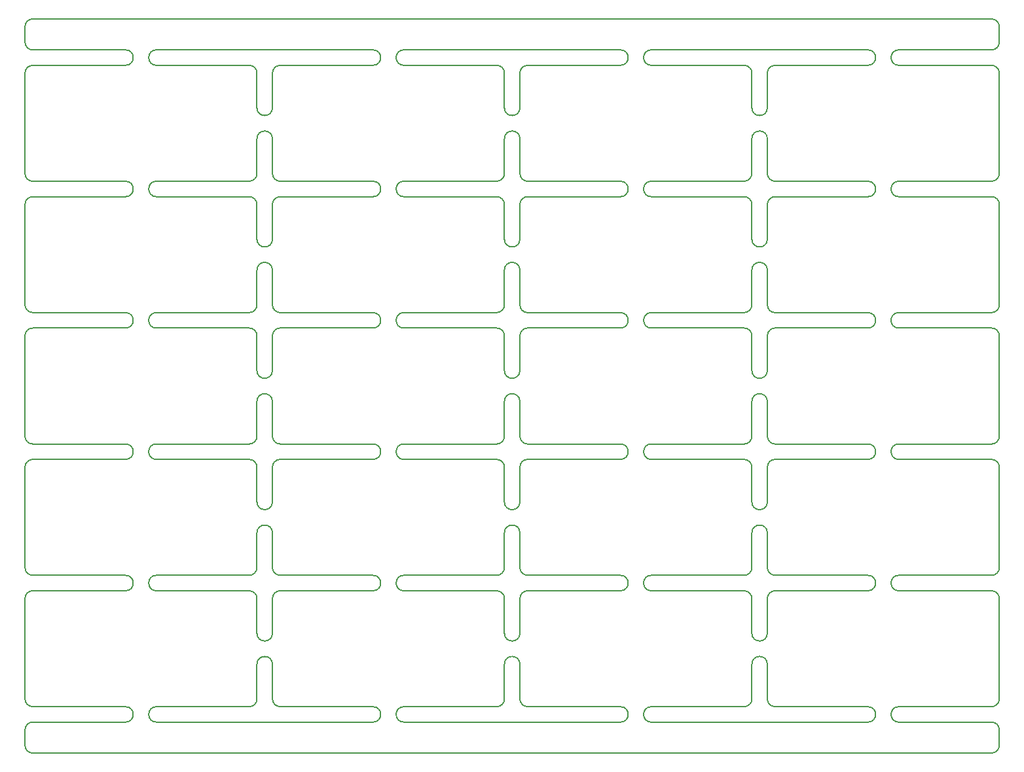
<source format=gbr>
G04 #@! TF.GenerationSoftware,KiCad,Pcbnew,(5.1.5-0-10_14)*
G04 #@! TF.CreationDate,2020-08-30T19:39:22+03:00*
G04 #@! TF.ProjectId,miniRGBii,6d696e69-5247-4426-9969-2e6b69636164,rev?*
G04 #@! TF.SameCoordinates,Original*
G04 #@! TF.FileFunction,Profile,NP*
%FSLAX46Y46*%
G04 Gerber Fmt 4.6, Leading zero omitted, Abs format (unit mm)*
G04 Created by KiCad (PCBNEW (5.1.5-0-10_14)) date 2020-08-30 19:39:22*
%MOMM*%
%LPD*%
G04 APERTURE LIST*
%ADD10C,0.150000*%
G04 APERTURE END LIST*
D10*
X28000000Y-119000000D02*
X152000000Y-119000000D01*
X28000000Y-119000000D02*
G75*
G02X27000000Y-118000000I0J1000000D01*
G01*
X153000000Y-118000000D02*
G75*
G02X152000000Y-119000000I-1000000J0D01*
G01*
X153000000Y-116000000D02*
X153000000Y-118000000D01*
X27000000Y-116000000D02*
X27000000Y-118000000D01*
X152000000Y-24000000D02*
X28000000Y-24000000D01*
X152000000Y-24000000D02*
G75*
G02X153000000Y-25000000I0J-1000000D01*
G01*
X153000000Y-26000000D02*
X153000000Y-25000000D01*
X153000000Y-27000000D02*
X153000000Y-26000000D01*
X27000000Y-25000000D02*
G75*
G02X28000000Y-24000000I1000000J0D01*
G01*
X27000000Y-27000000D02*
X27000000Y-25000000D01*
X152000000Y-28000000D02*
X140000000Y-28000000D01*
X40000000Y-115000000D02*
X28000000Y-115000000D01*
X27000000Y-52500000D02*
X27000000Y-56500000D01*
X27000000Y-86500000D02*
X27000000Y-90500000D01*
X27000000Y-69500000D02*
X27000000Y-73500000D01*
X104000000Y-28000000D02*
G75*
G02X104000000Y-30000000I0J-1000000D01*
G01*
X28000000Y-115000000D02*
G75*
G03X27000000Y-116000000I0J-1000000D01*
G01*
X72000000Y-28000000D02*
G75*
G02X72000000Y-30000000I0J-1000000D01*
G01*
X140000000Y-30000000D02*
G75*
G02X140000000Y-28000000I0J1000000D01*
G01*
X152000000Y-45000000D02*
X140000000Y-45000000D01*
X56000000Y-62000000D02*
X44000000Y-62000000D01*
X88000000Y-62000000D02*
X76000000Y-62000000D01*
X120000000Y-62000000D02*
X108000000Y-62000000D01*
X152000000Y-62000000D02*
X140000000Y-62000000D01*
X56000000Y-79000000D02*
X44000000Y-79000000D01*
X88000000Y-79000000D02*
X76000000Y-79000000D01*
X120000000Y-79000000D02*
X108000000Y-79000000D01*
X152000000Y-79000000D02*
X140000000Y-79000000D01*
X56000000Y-96000000D02*
X44000000Y-96000000D01*
X88000000Y-96000000D02*
X76000000Y-96000000D01*
X120000000Y-96000000D02*
X108000000Y-96000000D01*
X152000000Y-96000000D02*
X140000000Y-96000000D01*
X56000000Y-113000000D02*
X44000000Y-113000000D01*
X88000000Y-113000000D02*
X76000000Y-113000000D01*
X120000000Y-113000000D02*
X108000000Y-113000000D01*
X152000000Y-113000000D02*
X140000000Y-113000000D01*
X89000000Y-31000000D02*
X89000000Y-35500000D01*
X121000000Y-31000000D02*
X121000000Y-35500000D01*
X153000000Y-31000000D02*
X153000000Y-35500000D01*
X57000000Y-48000000D02*
X57000000Y-52500000D01*
X89000000Y-48000000D02*
X89000000Y-52500000D01*
X121000000Y-48000000D02*
X121000000Y-52500000D01*
X153000000Y-48000000D02*
X153000000Y-52500000D01*
X57000000Y-65000000D02*
X57000000Y-69500000D01*
X89000000Y-65000000D02*
X89000000Y-69500000D01*
X121000000Y-65000000D02*
X121000000Y-69500000D01*
X153000000Y-65000000D02*
X153000000Y-69500000D01*
X57000000Y-82000000D02*
X57000000Y-86500000D01*
X89000000Y-82000000D02*
X89000000Y-86500000D01*
X121000000Y-82000000D02*
X121000000Y-86500000D01*
X153000000Y-82000000D02*
X153000000Y-86500000D01*
X57000000Y-99000000D02*
X57000000Y-103500000D01*
X89000000Y-99000000D02*
X89000000Y-103500000D01*
X121000000Y-99000000D02*
X121000000Y-103500000D01*
X153000000Y-99000000D02*
X153000000Y-103500000D01*
X89000000Y-44000000D02*
G75*
G02X88000000Y-45000000I-1000000J0D01*
G01*
X121000000Y-44000000D02*
G75*
G02X120000000Y-45000000I-1000000J0D01*
G01*
X153000000Y-44000000D02*
G75*
G02X152000000Y-45000000I-1000000J0D01*
G01*
X57000000Y-61000000D02*
G75*
G02X56000000Y-62000000I-1000000J0D01*
G01*
X89000000Y-61000000D02*
G75*
G02X88000000Y-62000000I-1000000J0D01*
G01*
X121000000Y-61000000D02*
G75*
G02X120000000Y-62000000I-1000000J0D01*
G01*
X153000000Y-61000000D02*
G75*
G02X152000000Y-62000000I-1000000J0D01*
G01*
X57000000Y-78000000D02*
G75*
G02X56000000Y-79000000I-1000000J0D01*
G01*
X89000000Y-78000000D02*
G75*
G02X88000000Y-79000000I-1000000J0D01*
G01*
X121000000Y-78000000D02*
G75*
G02X120000000Y-79000000I-1000000J0D01*
G01*
X153000000Y-78000000D02*
G75*
G02X152000000Y-79000000I-1000000J0D01*
G01*
X57000000Y-95000000D02*
G75*
G02X56000000Y-96000000I-1000000J0D01*
G01*
X89000000Y-95000000D02*
G75*
G02X88000000Y-96000000I-1000000J0D01*
G01*
X121000000Y-95000000D02*
G75*
G02X120000000Y-96000000I-1000000J0D01*
G01*
X153000000Y-95000000D02*
G75*
G02X152000000Y-96000000I-1000000J0D01*
G01*
X57000000Y-112000000D02*
G75*
G02X56000000Y-113000000I-1000000J0D01*
G01*
X89000000Y-112000000D02*
G75*
G02X88000000Y-113000000I-1000000J0D01*
G01*
X121000000Y-112000000D02*
G75*
G02X120000000Y-113000000I-1000000J0D01*
G01*
X153000000Y-112000000D02*
G75*
G02X152000000Y-113000000I-1000000J0D01*
G01*
X88000000Y-30000000D02*
G75*
G02X89000000Y-31000000I0J-1000000D01*
G01*
X120000000Y-30000000D02*
G75*
G02X121000000Y-31000000I0J-1000000D01*
G01*
X152000000Y-30000000D02*
G75*
G02X153000000Y-31000000I0J-1000000D01*
G01*
X56000000Y-47000000D02*
G75*
G02X57000000Y-48000000I0J-1000000D01*
G01*
X88000000Y-47000000D02*
G75*
G02X89000000Y-48000000I0J-1000000D01*
G01*
X120000000Y-47000000D02*
G75*
G02X121000000Y-48000000I0J-1000000D01*
G01*
X152000000Y-47000000D02*
G75*
G02X153000000Y-48000000I0J-1000000D01*
G01*
X56000000Y-64000000D02*
G75*
G02X57000000Y-65000000I0J-1000000D01*
G01*
X88000000Y-64000000D02*
G75*
G02X89000000Y-65000000I0J-1000000D01*
G01*
X120000000Y-64000000D02*
G75*
G02X121000000Y-65000000I0J-1000000D01*
G01*
X152000000Y-64000000D02*
G75*
G02X153000000Y-65000000I0J-1000000D01*
G01*
X56000000Y-81000000D02*
G75*
G02X57000000Y-82000000I0J-1000000D01*
G01*
X88000000Y-81000000D02*
G75*
G02X89000000Y-82000000I0J-1000000D01*
G01*
X120000000Y-81000000D02*
G75*
G02X121000000Y-82000000I0J-1000000D01*
G01*
X152000000Y-81000000D02*
G75*
G02X153000000Y-82000000I0J-1000000D01*
G01*
X56000000Y-98000000D02*
G75*
G02X57000000Y-99000000I0J-1000000D01*
G01*
X88000000Y-98000000D02*
G75*
G02X89000000Y-99000000I0J-1000000D01*
G01*
X120000000Y-98000000D02*
G75*
G02X121000000Y-99000000I0J-1000000D01*
G01*
X152000000Y-98000000D02*
G75*
G02X153000000Y-99000000I0J-1000000D01*
G01*
X60000000Y-45000000D02*
G75*
G02X59000000Y-44000000I0J1000000D01*
G01*
X92000000Y-45000000D02*
G75*
G02X91000000Y-44000000I0J1000000D01*
G01*
X124000000Y-45000000D02*
G75*
G02X123000000Y-44000000I0J1000000D01*
G01*
X28000000Y-62000000D02*
G75*
G02X27000000Y-61000000I0J1000000D01*
G01*
X60000000Y-62000000D02*
G75*
G02X59000000Y-61000000I0J1000000D01*
G01*
X92000000Y-62000000D02*
G75*
G02X91000000Y-61000000I0J1000000D01*
G01*
X124000000Y-62000000D02*
G75*
G02X123000000Y-61000000I0J1000000D01*
G01*
X28000000Y-79000000D02*
G75*
G02X27000000Y-78000000I0J1000000D01*
G01*
X60000000Y-79000000D02*
G75*
G02X59000000Y-78000000I0J1000000D01*
G01*
X92000000Y-79000000D02*
G75*
G02X91000000Y-78000000I0J1000000D01*
G01*
X124000000Y-79000000D02*
G75*
G02X123000000Y-78000000I0J1000000D01*
G01*
X28000000Y-96000000D02*
G75*
G02X27000000Y-95000000I0J1000000D01*
G01*
X60000000Y-96000000D02*
G75*
G02X59000000Y-95000000I0J1000000D01*
G01*
X92000000Y-96000000D02*
G75*
G02X91000000Y-95000000I0J1000000D01*
G01*
X124000000Y-96000000D02*
G75*
G02X123000000Y-95000000I0J1000000D01*
G01*
X28000000Y-113000000D02*
G75*
G02X27000000Y-112000000I0J1000000D01*
G01*
X60000000Y-113000000D02*
G75*
G02X59000000Y-112000000I0J1000000D01*
G01*
X92000000Y-113000000D02*
G75*
G02X91000000Y-112000000I0J1000000D01*
G01*
X124000000Y-113000000D02*
G75*
G02X123000000Y-112000000I0J1000000D01*
G01*
X59000000Y-31000000D02*
G75*
G02X60000000Y-30000000I1000000J0D01*
G01*
X91000000Y-31000000D02*
G75*
G02X92000000Y-30000000I1000000J0D01*
G01*
X123000000Y-31000000D02*
G75*
G02X124000000Y-30000000I1000000J0D01*
G01*
X27000000Y-48000000D02*
G75*
G02X28000000Y-47000000I1000000J0D01*
G01*
X59000000Y-48000000D02*
G75*
G02X60000000Y-47000000I1000000J0D01*
G01*
X91000000Y-48000000D02*
G75*
G02X92000000Y-47000000I1000000J0D01*
G01*
X123000000Y-48000000D02*
G75*
G02X124000000Y-47000000I1000000J0D01*
G01*
X27000000Y-65000000D02*
G75*
G02X28000000Y-64000000I1000000J0D01*
G01*
X59000000Y-65000000D02*
G75*
G02X60000000Y-64000000I1000000J0D01*
G01*
X91000000Y-65000000D02*
G75*
G02X92000000Y-64000000I1000000J0D01*
G01*
X123000000Y-65000000D02*
G75*
G02X124000000Y-64000000I1000000J0D01*
G01*
X27000000Y-82000000D02*
G75*
G02X28000000Y-81000000I1000000J0D01*
G01*
X59000000Y-82000000D02*
G75*
G02X60000000Y-81000000I1000000J0D01*
G01*
X91000000Y-82000000D02*
G75*
G02X92000000Y-81000000I1000000J0D01*
G01*
X123000000Y-82000000D02*
G75*
G02X124000000Y-81000000I1000000J0D01*
G01*
X27000000Y-99000000D02*
G75*
G02X28000000Y-98000000I1000000J0D01*
G01*
X59000000Y-99000000D02*
G75*
G02X60000000Y-98000000I1000000J0D01*
G01*
X91000000Y-99000000D02*
G75*
G02X92000000Y-98000000I1000000J0D01*
G01*
X123000000Y-99000000D02*
G75*
G02X124000000Y-98000000I1000000J0D01*
G01*
X28000000Y-28000000D02*
G75*
G02X27000000Y-27000000I0J1000000D01*
G01*
X153000000Y-27000000D02*
G75*
G02X152000000Y-28000000I-1000000J0D01*
G01*
X76000000Y-30000000D02*
G75*
G02X76000000Y-28000000I0J1000000D01*
G01*
X108000000Y-30000000D02*
G75*
G02X108000000Y-28000000I0J1000000D01*
G01*
X44000000Y-28000000D02*
X72000000Y-28000000D01*
X120000000Y-45000000D02*
X108000000Y-45000000D01*
X40000000Y-28000000D02*
G75*
G02X40000000Y-30000000I0J-1000000D01*
G01*
X153000000Y-52500000D02*
X153000000Y-56500000D01*
X153000000Y-35500000D02*
X153000000Y-39500000D01*
X44000000Y-115000000D02*
X72000000Y-115000000D01*
X76000000Y-115000000D02*
X104000000Y-115000000D01*
X108000000Y-115000000D02*
X136000000Y-115000000D01*
X57000000Y-39500000D02*
G75*
G02X59000000Y-39500000I1000000J0D01*
G01*
X59000000Y-35500000D02*
G75*
G02X57000000Y-35500000I-1000000J0D01*
G01*
X40000000Y-30000000D02*
X28000000Y-30000000D01*
X27000000Y-39500000D02*
X27000000Y-44000000D01*
X153000000Y-86500000D02*
X153000000Y-90500000D01*
X153000000Y-103500000D02*
X153000000Y-107500000D01*
X27000000Y-35500000D02*
X27000000Y-39500000D01*
X40000000Y-45000000D02*
G75*
G02X40000000Y-47000000I0J-1000000D01*
G01*
X59000000Y-90500000D02*
X59000000Y-95000000D01*
X91000000Y-90500000D02*
X91000000Y-95000000D01*
X123000000Y-90500000D02*
X123000000Y-95000000D01*
X27000000Y-107500000D02*
X27000000Y-112000000D01*
X59000000Y-107500000D02*
X59000000Y-112000000D01*
X91000000Y-107500000D02*
X91000000Y-112000000D01*
X123000000Y-107500000D02*
X123000000Y-112000000D01*
X72000000Y-45000000D02*
G75*
G02X72000000Y-47000000I0J-1000000D01*
G01*
X104000000Y-45000000D02*
G75*
G02X104000000Y-47000000I0J-1000000D01*
G01*
X136000000Y-45000000D02*
G75*
G02X136000000Y-47000000I0J-1000000D01*
G01*
X40000000Y-62000000D02*
G75*
G02X40000000Y-64000000I0J-1000000D01*
G01*
X72000000Y-62000000D02*
G75*
G02X72000000Y-64000000I0J-1000000D01*
G01*
X104000000Y-62000000D02*
G75*
G02X104000000Y-64000000I0J-1000000D01*
G01*
X136000000Y-62000000D02*
G75*
G02X136000000Y-64000000I0J-1000000D01*
G01*
X40000000Y-79000000D02*
G75*
G02X40000000Y-81000000I0J-1000000D01*
G01*
X72000000Y-79000000D02*
G75*
G02X72000000Y-81000000I0J-1000000D01*
G01*
X104000000Y-79000000D02*
G75*
G02X104000000Y-81000000I0J-1000000D01*
G01*
X136000000Y-79000000D02*
G75*
G02X136000000Y-81000000I0J-1000000D01*
G01*
X40000000Y-96000000D02*
G75*
G02X40000000Y-98000000I0J-1000000D01*
G01*
X72000000Y-96000000D02*
G75*
G02X72000000Y-98000000I0J-1000000D01*
G01*
X104000000Y-96000000D02*
G75*
G02X104000000Y-98000000I0J-1000000D01*
G01*
X136000000Y-96000000D02*
G75*
G02X136000000Y-98000000I0J-1000000D01*
G01*
X40000000Y-113000000D02*
G75*
G02X40000000Y-115000000I0J-1000000D01*
G01*
X72000000Y-113000000D02*
G75*
G02X72000000Y-115000000I0J-1000000D01*
G01*
X104000000Y-113000000D02*
G75*
G02X104000000Y-115000000I0J-1000000D01*
G01*
X136000000Y-113000000D02*
G75*
G02X136000000Y-115000000I0J-1000000D01*
G01*
X76000000Y-30000000D02*
X88000000Y-30000000D01*
X108000000Y-30000000D02*
X120000000Y-30000000D01*
X140000000Y-30000000D02*
X152000000Y-30000000D01*
X44000000Y-47000000D02*
X56000000Y-47000000D01*
X76000000Y-47000000D02*
X88000000Y-47000000D01*
X108000000Y-47000000D02*
X120000000Y-47000000D01*
X140000000Y-47000000D02*
X152000000Y-47000000D01*
X44000000Y-64000000D02*
X56000000Y-64000000D01*
X76000000Y-64000000D02*
X88000000Y-64000000D01*
X108000000Y-64000000D02*
X120000000Y-64000000D01*
X140000000Y-64000000D02*
X152000000Y-64000000D01*
X44000000Y-81000000D02*
X56000000Y-81000000D01*
X76000000Y-81000000D02*
X88000000Y-81000000D01*
X108000000Y-81000000D02*
X120000000Y-81000000D01*
X140000000Y-81000000D02*
X152000000Y-81000000D01*
X44000000Y-98000000D02*
X56000000Y-98000000D01*
X76000000Y-98000000D02*
X88000000Y-98000000D01*
X108000000Y-98000000D02*
X120000000Y-98000000D01*
X140000000Y-98000000D02*
X152000000Y-98000000D01*
X121000000Y-56500000D02*
G75*
G02X123000000Y-56500000I1000000J0D01*
G01*
X57000000Y-73500000D02*
G75*
G02X59000000Y-73500000I1000000J0D01*
G01*
X89000000Y-73500000D02*
G75*
G02X91000000Y-73500000I1000000J0D01*
G01*
X121000000Y-73500000D02*
G75*
G02X123000000Y-73500000I1000000J0D01*
G01*
X57000000Y-90500000D02*
G75*
G02X59000000Y-90500000I1000000J0D01*
G01*
X89000000Y-90500000D02*
G75*
G02X91000000Y-90500000I1000000J0D01*
G01*
X121000000Y-90500000D02*
G75*
G02X123000000Y-90500000I1000000J0D01*
G01*
X57000000Y-107500000D02*
G75*
G02X59000000Y-107500000I1000000J0D01*
G01*
X89000000Y-107500000D02*
G75*
G02X91000000Y-107500000I1000000J0D01*
G01*
X121000000Y-107500000D02*
G75*
G02X123000000Y-107500000I1000000J0D01*
G01*
X91000000Y-35500000D02*
G75*
G02X89000000Y-35500000I-1000000J0D01*
G01*
X123000000Y-35500000D02*
G75*
G02X121000000Y-35500000I-1000000J0D01*
G01*
X59000000Y-52500000D02*
G75*
G02X57000000Y-52500000I-1000000J0D01*
G01*
X91000000Y-52500000D02*
G75*
G02X89000000Y-52500000I-1000000J0D01*
G01*
X123000000Y-52500000D02*
G75*
G02X121000000Y-52500000I-1000000J0D01*
G01*
X59000000Y-69500000D02*
G75*
G02X57000000Y-69500000I-1000000J0D01*
G01*
X91000000Y-69500000D02*
G75*
G02X89000000Y-69500000I-1000000J0D01*
G01*
X123000000Y-69500000D02*
G75*
G02X121000000Y-69500000I-1000000J0D01*
G01*
X59000000Y-86500000D02*
G75*
G02X57000000Y-86500000I-1000000J0D01*
G01*
X91000000Y-86500000D02*
G75*
G02X89000000Y-86500000I-1000000J0D01*
G01*
X123000000Y-86500000D02*
G75*
G02X121000000Y-86500000I-1000000J0D01*
G01*
X59000000Y-103500000D02*
G75*
G02X57000000Y-103500000I-1000000J0D01*
G01*
X91000000Y-103500000D02*
G75*
G02X89000000Y-103500000I-1000000J0D01*
G01*
X123000000Y-103500000D02*
G75*
G02X121000000Y-103500000I-1000000J0D01*
G01*
X72000000Y-30000000D02*
X60000000Y-30000000D01*
X104000000Y-30000000D02*
X92000000Y-30000000D01*
X136000000Y-30000000D02*
X124000000Y-30000000D01*
X40000000Y-47000000D02*
X28000000Y-47000000D01*
X72000000Y-47000000D02*
X60000000Y-47000000D01*
X104000000Y-47000000D02*
X92000000Y-47000000D01*
X136000000Y-47000000D02*
X124000000Y-47000000D01*
X40000000Y-64000000D02*
X28000000Y-64000000D01*
X72000000Y-64000000D02*
X60000000Y-64000000D01*
X104000000Y-64000000D02*
X92000000Y-64000000D01*
X136000000Y-64000000D02*
X124000000Y-64000000D01*
X40000000Y-81000000D02*
X28000000Y-81000000D01*
X72000000Y-81000000D02*
X60000000Y-81000000D01*
X104000000Y-81000000D02*
X92000000Y-81000000D01*
X136000000Y-81000000D02*
X124000000Y-81000000D01*
X40000000Y-98000000D02*
X28000000Y-98000000D01*
X72000000Y-98000000D02*
X60000000Y-98000000D01*
X104000000Y-98000000D02*
X92000000Y-98000000D01*
X136000000Y-98000000D02*
X124000000Y-98000000D01*
X59000000Y-39500000D02*
X59000000Y-44000000D01*
X91000000Y-39500000D02*
X91000000Y-44000000D01*
X123000000Y-39500000D02*
X123000000Y-44000000D01*
X27000000Y-56500000D02*
X27000000Y-61000000D01*
X59000000Y-56500000D02*
X59000000Y-61000000D01*
X91000000Y-56500000D02*
X91000000Y-61000000D01*
X123000000Y-56500000D02*
X123000000Y-61000000D01*
X27000000Y-73500000D02*
X27000000Y-78000000D01*
X59000000Y-73500000D02*
X59000000Y-78000000D01*
X91000000Y-73500000D02*
X91000000Y-78000000D01*
X123000000Y-73500000D02*
X123000000Y-78000000D01*
X27000000Y-90500000D02*
X27000000Y-95000000D01*
X76000000Y-28000000D02*
X104000000Y-28000000D01*
X153000000Y-116000000D02*
G75*
G03X152000000Y-115000000I-1000000J0D01*
G01*
X89000000Y-39500000D02*
G75*
G02X91000000Y-39500000I1000000J0D01*
G01*
X44000000Y-30000000D02*
X56000000Y-30000000D01*
X152000000Y-115000000D02*
X140000000Y-115000000D01*
X27000000Y-103500000D02*
X27000000Y-107500000D01*
X136000000Y-28000000D02*
G75*
G02X136000000Y-30000000I0J-1000000D01*
G01*
X40000000Y-28000000D02*
X28000000Y-28000000D01*
X89000000Y-56500000D02*
G75*
G02X91000000Y-56500000I1000000J0D01*
G01*
X121000000Y-39500000D02*
G75*
G02X123000000Y-39500000I1000000J0D01*
G01*
X108000000Y-28000000D02*
X136000000Y-28000000D01*
X57000000Y-56500000D02*
G75*
G02X59000000Y-56500000I1000000J0D01*
G01*
X153000000Y-69500000D02*
X153000000Y-73500000D01*
X27000000Y-35500000D02*
X27000000Y-31000000D01*
X44000000Y-47000000D02*
G75*
G02X44000000Y-45000000I0J1000000D01*
G01*
X40000000Y-45000000D02*
X28000000Y-45000000D01*
X44000000Y-30000000D02*
G75*
G02X44000000Y-28000000I0J1000000D01*
G01*
X57000000Y-39500000D02*
X57000000Y-44000000D01*
X56000000Y-45000000D02*
X44000000Y-45000000D01*
X57000000Y-31000000D02*
X57000000Y-35500000D01*
X57000000Y-44000000D02*
G75*
G02X56000000Y-45000000I-1000000J0D01*
G01*
X56000000Y-30000000D02*
G75*
G02X57000000Y-31000000I0J-1000000D01*
G01*
X28000000Y-45000000D02*
G75*
G02X27000000Y-44000000I0J1000000D01*
G01*
X27000000Y-31000000D02*
G75*
G02X28000000Y-30000000I1000000J0D01*
G01*
X88000000Y-45000000D02*
X76000000Y-45000000D01*
X59000000Y-35500000D02*
X59000000Y-31000000D01*
X91000000Y-35500000D02*
X91000000Y-31000000D01*
X123000000Y-35500000D02*
X123000000Y-31000000D01*
X27000000Y-52500000D02*
X27000000Y-48000000D01*
X59000000Y-52500000D02*
X59000000Y-48000000D01*
X91000000Y-52500000D02*
X91000000Y-48000000D01*
X123000000Y-52500000D02*
X123000000Y-48000000D01*
X27000000Y-69500000D02*
X27000000Y-65000000D01*
X59000000Y-69500000D02*
X59000000Y-65000000D01*
X91000000Y-69500000D02*
X91000000Y-65000000D01*
X123000000Y-69500000D02*
X123000000Y-65000000D01*
X27000000Y-86500000D02*
X27000000Y-82000000D01*
X59000000Y-86500000D02*
X59000000Y-82000000D01*
X91000000Y-86500000D02*
X91000000Y-82000000D01*
X123000000Y-86500000D02*
X123000000Y-82000000D01*
X27000000Y-103500000D02*
X27000000Y-99000000D01*
X59000000Y-103500000D02*
X59000000Y-99000000D01*
X91000000Y-103500000D02*
X91000000Y-99000000D01*
X123000000Y-103500000D02*
X123000000Y-99000000D01*
X76000000Y-47000000D02*
G75*
G02X76000000Y-45000000I0J1000000D01*
G01*
X108000000Y-47000000D02*
G75*
G02X108000000Y-45000000I0J1000000D01*
G01*
X140000000Y-47000000D02*
G75*
G02X140000000Y-45000000I0J1000000D01*
G01*
X44000000Y-64000000D02*
G75*
G02X44000000Y-62000000I0J1000000D01*
G01*
X76000000Y-64000000D02*
G75*
G02X76000000Y-62000000I0J1000000D01*
G01*
X108000000Y-64000000D02*
G75*
G02X108000000Y-62000000I0J1000000D01*
G01*
X140000000Y-64000000D02*
G75*
G02X140000000Y-62000000I0J1000000D01*
G01*
X44000000Y-81000000D02*
G75*
G02X44000000Y-79000000I0J1000000D01*
G01*
X76000000Y-81000000D02*
G75*
G02X76000000Y-79000000I0J1000000D01*
G01*
X108000000Y-81000000D02*
G75*
G02X108000000Y-79000000I0J1000000D01*
G01*
X140000000Y-81000000D02*
G75*
G02X140000000Y-79000000I0J1000000D01*
G01*
X44000000Y-98000000D02*
G75*
G02X44000000Y-96000000I0J1000000D01*
G01*
X76000000Y-98000000D02*
G75*
G02X76000000Y-96000000I0J1000000D01*
G01*
X108000000Y-98000000D02*
G75*
G02X108000000Y-96000000I0J1000000D01*
G01*
X140000000Y-98000000D02*
G75*
G02X140000000Y-96000000I0J1000000D01*
G01*
X44000000Y-115000000D02*
G75*
G02X44000000Y-113000000I0J1000000D01*
G01*
X76000000Y-115000000D02*
G75*
G02X76000000Y-113000000I0J1000000D01*
G01*
X108000000Y-115000000D02*
G75*
G02X108000000Y-113000000I0J1000000D01*
G01*
X140000000Y-115000000D02*
G75*
G02X140000000Y-113000000I0J1000000D01*
G01*
X72000000Y-45000000D02*
X60000000Y-45000000D01*
X104000000Y-45000000D02*
X92000000Y-45000000D01*
X136000000Y-45000000D02*
X124000000Y-45000000D01*
X40000000Y-62000000D02*
X28000000Y-62000000D01*
X72000000Y-62000000D02*
X60000000Y-62000000D01*
X104000000Y-62000000D02*
X92000000Y-62000000D01*
X136000000Y-62000000D02*
X124000000Y-62000000D01*
X40000000Y-79000000D02*
X28000000Y-79000000D01*
X72000000Y-79000000D02*
X60000000Y-79000000D01*
X104000000Y-79000000D02*
X92000000Y-79000000D01*
X136000000Y-79000000D02*
X124000000Y-79000000D01*
X40000000Y-96000000D02*
X28000000Y-96000000D01*
X72000000Y-96000000D02*
X60000000Y-96000000D01*
X104000000Y-96000000D02*
X92000000Y-96000000D01*
X136000000Y-96000000D02*
X124000000Y-96000000D01*
X40000000Y-113000000D02*
X28000000Y-113000000D01*
X72000000Y-113000000D02*
X60000000Y-113000000D01*
X104000000Y-113000000D02*
X92000000Y-113000000D01*
X136000000Y-113000000D02*
X124000000Y-113000000D01*
X89000000Y-39500000D02*
X89000000Y-44000000D01*
X121000000Y-39500000D02*
X121000000Y-44000000D01*
X153000000Y-39500000D02*
X153000000Y-44000000D01*
X57000000Y-56500000D02*
X57000000Y-61000000D01*
X89000000Y-56500000D02*
X89000000Y-61000000D01*
X121000000Y-56500000D02*
X121000000Y-61000000D01*
X153000000Y-56500000D02*
X153000000Y-61000000D01*
X57000000Y-73500000D02*
X57000000Y-78000000D01*
X89000000Y-73500000D02*
X89000000Y-78000000D01*
X121000000Y-73500000D02*
X121000000Y-78000000D01*
X153000000Y-73500000D02*
X153000000Y-78000000D01*
X57000000Y-90500000D02*
X57000000Y-95000000D01*
X89000000Y-90500000D02*
X89000000Y-95000000D01*
X121000000Y-90500000D02*
X121000000Y-95000000D01*
X153000000Y-90500000D02*
X153000000Y-95000000D01*
X57000000Y-107500000D02*
X57000000Y-112000000D01*
X89000000Y-107500000D02*
X89000000Y-112000000D01*
X121000000Y-107500000D02*
X121000000Y-112000000D01*
X153000000Y-107500000D02*
X153000000Y-112000000D01*
M02*

</source>
